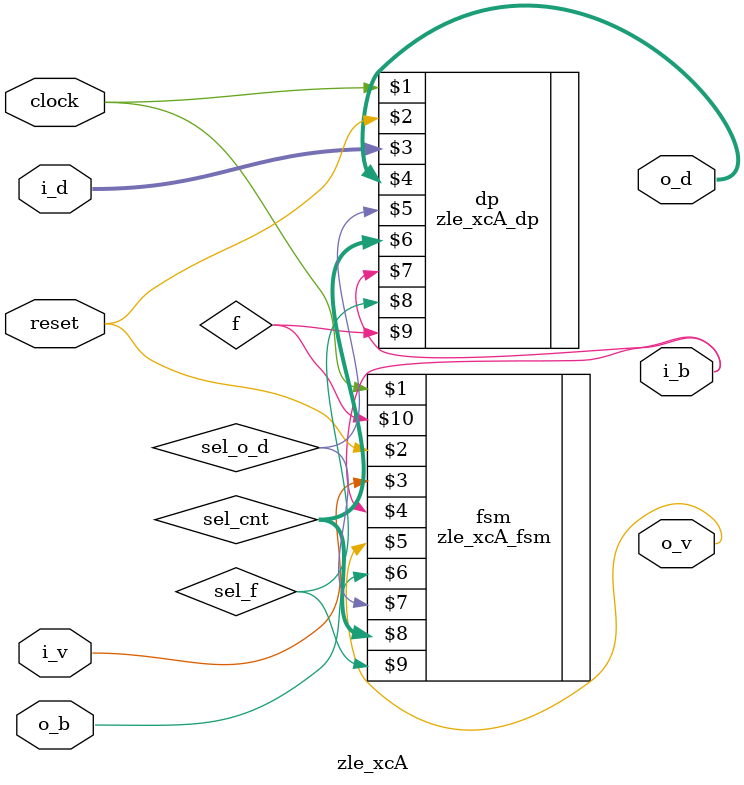
<source format=v>

`include "zle_xcA_fsm.v"
`include "zle_xcA_dp.v"

module zle_xcA (clock, reset,  i_d, i_v, i_b,  o_d, o_v, o_b);
   
   input  clock, reset;
   input  [2:0] i_d;	input  i_v;	output i_b;	// - input  stream i
   output [3:0] o_d;	output o_v;	input  o_b;	// - output stream o

   wire 	sel_o_d;			// - o_d mux select to datapath
   wire [1:0] 	sel_cnt;			// - cnt mux select to datapath
   wire         sel_f;				// - f   mux select to datapath
   wire 	f;				// - flags from datapath
   
   zle_xcA_fsm fsm (clock, reset,  i_v, i_b,  o_v, o_b,  sel_o_d, sel_cnt,
		    sel_f, f);
   
   zle_xcA_dp  dp  (clock, reset, i_d, o_d, sel_o_d, sel_cnt, i_b, sel_f, f);

endmodule // zle_xcA

</source>
